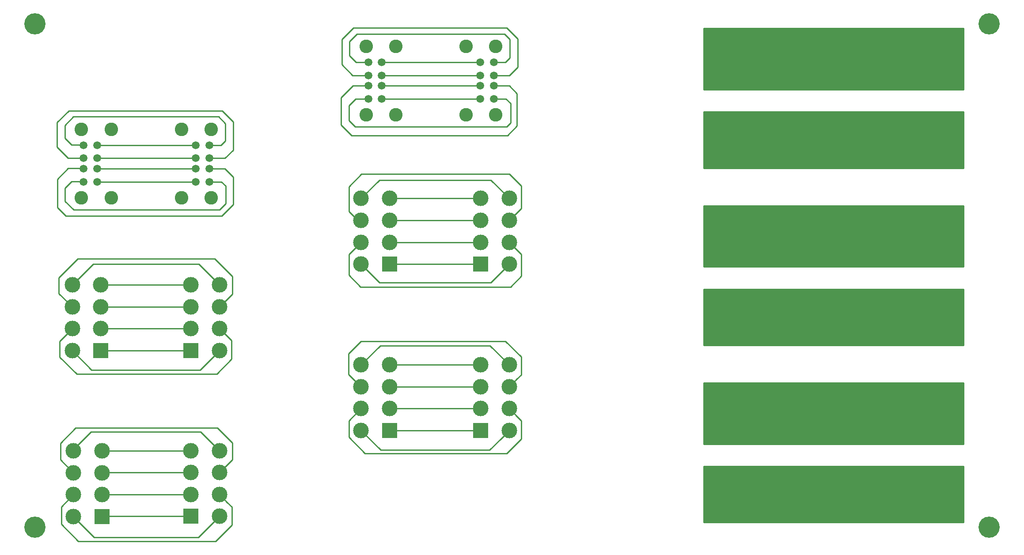
<source format=gbr>
G04 #@! TF.FileFunction,Copper,L2,Bot,Signal*
%FSLAX46Y46*%
G04 Gerber Fmt 4.6, Leading zero omitted, Abs format (unit mm)*
G04 Created by KiCad (PCBNEW 4.0.4-stable) date 02/10/18 20:54:23*
%MOMM*%
%LPD*%
G01*
G04 APERTURE LIST*
%ADD10C,0.100000*%
%ADD11C,4.064000*%
%ADD12C,2.800000*%
%ADD13C,1.508000*%
%ADD14C,2.600000*%
%ADD15R,3.000000X3.000000*%
%ADD16C,3.000000*%
%ADD17C,0.250000*%
%ADD18C,0.254000*%
G04 APERTURE END LIST*
D10*
D11*
X48260000Y-40640000D03*
X48260000Y-137160000D03*
D12*
X195072000Y-64770000D03*
X195072000Y-60970000D03*
X182572000Y-64770000D03*
X182572000Y-60970000D03*
X195072000Y-49770000D03*
X195072000Y-45970000D03*
X182572000Y-49770000D03*
X182572000Y-45970000D03*
X195072000Y-98742500D03*
X195072000Y-94942500D03*
X182572000Y-98742500D03*
X182572000Y-94942500D03*
X195072000Y-83742500D03*
X195072000Y-79942500D03*
X182572000Y-83742500D03*
X182572000Y-79942500D03*
X195072000Y-132715000D03*
X195072000Y-128915000D03*
X182572000Y-132715000D03*
X182572000Y-128915000D03*
X195072000Y-117715000D03*
X195072000Y-113915000D03*
X182572000Y-117715000D03*
X182572000Y-113915000D03*
D13*
X133587500Y-55011500D03*
X133587500Y-52511500D03*
X133587500Y-48011500D03*
X133587500Y-50511500D03*
X136207500Y-50511500D03*
X136207500Y-48011500D03*
X136207500Y-52511500D03*
X136207500Y-55011500D03*
D14*
X130877500Y-44941500D03*
X130877500Y-58081500D03*
X136557500Y-58081500D03*
X136557500Y-44941500D03*
D13*
X114743500Y-55011500D03*
X114743500Y-52511500D03*
X114743500Y-48011500D03*
X114743500Y-50511500D03*
X112123500Y-50511500D03*
X112123500Y-48011500D03*
X112123500Y-52511500D03*
X112123500Y-55011500D03*
D14*
X117453500Y-44941500D03*
X117453500Y-58081500D03*
X111773500Y-58081500D03*
X111773500Y-44941500D03*
D13*
X79061500Y-70921500D03*
X79061500Y-68421500D03*
X79061500Y-63921500D03*
X79061500Y-66421500D03*
X81681500Y-66421500D03*
X81681500Y-63921500D03*
X81681500Y-68421500D03*
X81681500Y-70921500D03*
D14*
X76351500Y-60851500D03*
X76351500Y-73991500D03*
X82031500Y-73991500D03*
X82031500Y-60851500D03*
D13*
X60140000Y-70920000D03*
X60140000Y-68420000D03*
X60140000Y-63920000D03*
X60140000Y-66420000D03*
X57520000Y-66420000D03*
X57520000Y-63920000D03*
X57520000Y-68420000D03*
X57520000Y-70920000D03*
D14*
X62850000Y-60850000D03*
X62850000Y-73990000D03*
X57170000Y-73990000D03*
X57170000Y-60850000D03*
D12*
X220191500Y-63942500D03*
X220191500Y-59942500D03*
X208511500Y-63942500D03*
X208511500Y-59942500D03*
X208511500Y-48942500D03*
X208511500Y-44942500D03*
X220191500Y-48942500D03*
X220191500Y-44942500D03*
X220191500Y-98867500D03*
X220191500Y-94867500D03*
X208511500Y-98867500D03*
X208511500Y-94867500D03*
X208511500Y-83867500D03*
X208511500Y-79867500D03*
X220191500Y-83867500D03*
X220191500Y-79867500D03*
X220191500Y-133792500D03*
X220191500Y-129792500D03*
X208511500Y-133792500D03*
X208511500Y-129792500D03*
X208511500Y-118792500D03*
X208511500Y-114792500D03*
X220191500Y-118792500D03*
X220191500Y-114792500D03*
D15*
X60900000Y-103290000D03*
D16*
X60900000Y-99090000D03*
X60900000Y-94890000D03*
X60900000Y-90690000D03*
X55400000Y-103290000D03*
X55400000Y-99090000D03*
X55400000Y-94890000D03*
X55400000Y-90690000D03*
D15*
X116250000Y-86730000D03*
D16*
X116250000Y-82530000D03*
X116250000Y-78330000D03*
X116250000Y-74130000D03*
X110750000Y-86730000D03*
X110750000Y-82530000D03*
X110750000Y-78330000D03*
X110750000Y-74130000D03*
D15*
X78100000Y-135090000D03*
D16*
X78100000Y-130890000D03*
X78100000Y-126690000D03*
X78100000Y-122490000D03*
X83600000Y-135090000D03*
X83600000Y-130890000D03*
X83600000Y-126690000D03*
X83600000Y-122490000D03*
D15*
X78150000Y-103290000D03*
D16*
X78150000Y-99090000D03*
X78150000Y-94890000D03*
X78150000Y-90690000D03*
X83650000Y-103290000D03*
X83650000Y-99090000D03*
X83650000Y-94890000D03*
X83650000Y-90690000D03*
D15*
X133650000Y-86730000D03*
D16*
X133650000Y-82530000D03*
X133650000Y-78330000D03*
X133650000Y-74130000D03*
X139150000Y-86730000D03*
X139150000Y-82530000D03*
X139150000Y-78330000D03*
X139150000Y-74130000D03*
D15*
X61150000Y-135140000D03*
D16*
X61150000Y-130940000D03*
X61150000Y-126740000D03*
X61150000Y-122540000D03*
X55650000Y-135140000D03*
X55650000Y-130940000D03*
X55650000Y-126740000D03*
X55650000Y-122540000D03*
D15*
X116250000Y-118630000D03*
D16*
X116250000Y-114430000D03*
X116250000Y-110230000D03*
X116250000Y-106030000D03*
X110750000Y-118630000D03*
X110750000Y-114430000D03*
X110750000Y-110230000D03*
X110750000Y-106030000D03*
D15*
X133650000Y-118630000D03*
D16*
X133650000Y-114430000D03*
X133650000Y-110230000D03*
X133650000Y-106030000D03*
X139150000Y-118630000D03*
X139150000Y-114430000D03*
X139150000Y-110230000D03*
X139150000Y-106030000D03*
D11*
X231140000Y-40640000D03*
X231140000Y-137160000D03*
D17*
X109998500Y-42602000D02*
X138269000Y-42602000D01*
X112123500Y-48011500D02*
X109820000Y-48011500D01*
X138447500Y-48011500D02*
X136207500Y-48011500D01*
X139285000Y-47174000D02*
X138447500Y-48011500D01*
X139285000Y-43618000D02*
X139285000Y-47174000D01*
X138269000Y-42602000D02*
X139285000Y-43618000D01*
X108538000Y-44062500D02*
X109998500Y-42602000D01*
X108538000Y-46729500D02*
X108538000Y-44062500D01*
X109820000Y-48011500D02*
X108538000Y-46729500D01*
X138650000Y-41395500D02*
X109300000Y-41395500D01*
X139186000Y-50511500D02*
X136207500Y-50511500D01*
X112123500Y-50511500D02*
X109145000Y-50511500D01*
X138650000Y-41395500D02*
X140745500Y-43491000D01*
X109145000Y-50511500D02*
X107077500Y-48444000D01*
X107077500Y-48444000D02*
X107077500Y-43618000D01*
X107077500Y-43618000D02*
X109300000Y-41395500D01*
X140745500Y-43491000D02*
X140745500Y-48952000D01*
X140745500Y-48952000D02*
X139186000Y-50511500D01*
X112123500Y-52511500D02*
X109169500Y-52511500D01*
X140654306Y-54004306D02*
X139161500Y-52511500D01*
X109169500Y-52511500D02*
X106887000Y-54794000D01*
X106887000Y-54794000D02*
X106887000Y-60064500D01*
X106887000Y-60064500D02*
X108919000Y-62096500D01*
X108919000Y-62096500D02*
X138798646Y-62096500D01*
X138798646Y-62096500D02*
X140654306Y-60240840D01*
X140654306Y-60240840D02*
X140654306Y-54004306D01*
X139161500Y-52511500D02*
X136207500Y-52511500D01*
X138495536Y-55006286D02*
X138490322Y-55011500D01*
X139401317Y-55912067D02*
X138495536Y-55006286D01*
X139401317Y-59630683D02*
X139401317Y-55912067D01*
X138650000Y-60382000D02*
X139401317Y-59630683D01*
X109617500Y-60382000D02*
X138650000Y-60382000D01*
X108411000Y-59175500D02*
X109617500Y-60382000D01*
X109717500Y-55011500D02*
X108411000Y-56318000D01*
X138490322Y-55011500D02*
X136207500Y-55011500D01*
X108411000Y-56318000D02*
X108411000Y-59175500D01*
X112123500Y-55011500D02*
X109717500Y-55011500D01*
X57547500Y-63871500D02*
X55244000Y-63871500D01*
X55244000Y-63871500D02*
X53962000Y-62589500D01*
X53962000Y-62589500D02*
X53962000Y-60080974D01*
X53962000Y-60080974D02*
X55580974Y-58462000D01*
X55580974Y-58462000D02*
X83446999Y-58462000D01*
X83446999Y-58462000D02*
X84759000Y-59774001D01*
X84759000Y-59774001D02*
X84759000Y-63084000D01*
X84759000Y-63084000D02*
X83921500Y-63921500D01*
X83921500Y-63921500D02*
X81681500Y-63921500D01*
X57547500Y-66371500D02*
X54569000Y-66371500D01*
X86219500Y-64862000D02*
X84660000Y-66421500D01*
X86219500Y-59401000D02*
X86219500Y-64862000D01*
X84124000Y-57305500D02*
X86219500Y-59401000D01*
X54774000Y-57305500D02*
X84124000Y-57305500D01*
X54769974Y-57301474D02*
X54774000Y-57305500D01*
X52501500Y-59569948D02*
X54769974Y-57301474D01*
X52501500Y-64304000D02*
X52501500Y-59569948D01*
X54569000Y-66371500D02*
X52501500Y-64304000D01*
X84660000Y-66421500D02*
X81681500Y-66421500D01*
X57547500Y-68371500D02*
X54596993Y-68371500D01*
X54596993Y-68371500D02*
X52521266Y-70447227D01*
X52521266Y-70447227D02*
X52521266Y-75834617D01*
X52521266Y-75834617D02*
X54142727Y-77456078D01*
X86220368Y-70006368D02*
X84635500Y-68421500D01*
X54142727Y-77456078D02*
X84034772Y-77456078D01*
X84034772Y-77456078D02*
X84027839Y-77449145D01*
X84027839Y-77449145D02*
X86220368Y-75256616D01*
X86220368Y-75256616D02*
X86220368Y-70006368D01*
X84635500Y-68421500D02*
X81681500Y-68421500D01*
X81681500Y-70921500D02*
X84013930Y-70921500D01*
X84013930Y-70921500D02*
X84794348Y-71701918D01*
X84794348Y-71701918D02*
X84794348Y-75089128D01*
X84794348Y-75089128D02*
X83591476Y-76292000D01*
X83591476Y-76292000D02*
X55653169Y-76292000D01*
X55235099Y-70871500D02*
X57547500Y-70871500D01*
X55653169Y-76292000D02*
X54004403Y-74643234D01*
X54004403Y-74643234D02*
X54004403Y-72102196D01*
X54004403Y-72102196D02*
X55235099Y-70871500D01*
X114743500Y-52511500D02*
X115809817Y-52511500D01*
X115809817Y-52511500D02*
X133587500Y-52511500D01*
X114743500Y-48011500D02*
X133587500Y-48011500D01*
X133587500Y-50511500D02*
X114743500Y-50511500D01*
X79061500Y-68421500D02*
X60141500Y-68421500D01*
X60141500Y-68421500D02*
X60140000Y-68420000D01*
X79061500Y-63921500D02*
X60141500Y-63921500D01*
X60141500Y-63921500D02*
X60140000Y-63920000D01*
X60140000Y-66420000D02*
X79060000Y-66420000D01*
X79060000Y-66420000D02*
X79061500Y-66421500D01*
X133587500Y-55011500D02*
X114743500Y-55011500D01*
X60140000Y-70920000D02*
X79060000Y-70920000D01*
X79060000Y-70920000D02*
X79061500Y-70921500D01*
X78150000Y-103290000D02*
X60900000Y-103290000D01*
X60900000Y-99090000D02*
X63021320Y-99090000D01*
X63021320Y-99090000D02*
X78150000Y-99090000D01*
X78150000Y-94890000D02*
X60900000Y-94890000D01*
X60900000Y-90690000D02*
X63021320Y-90690000D01*
X63021320Y-90690000D02*
X78150000Y-90690000D01*
X55400000Y-103290000D02*
X59121261Y-107011261D01*
X59121261Y-107011261D02*
X79928739Y-107011261D01*
X79928739Y-107011261D02*
X82150001Y-104789999D01*
X82150001Y-104789999D02*
X83650000Y-103290000D01*
X55400000Y-99090000D02*
X53000000Y-101490000D01*
X85940775Y-104949225D02*
X85940775Y-101380775D01*
X53000000Y-101490000D02*
X53000000Y-104540000D01*
X53000000Y-104540000D02*
X56250000Y-107790000D01*
X56250000Y-107790000D02*
X83100000Y-107790000D01*
X83100000Y-107790000D02*
X85940775Y-104949225D01*
X85940775Y-101380775D02*
X85149999Y-100589999D01*
X85149999Y-100589999D02*
X83650000Y-99090000D01*
X55400000Y-94890000D02*
X52850000Y-92340000D01*
X52850000Y-92340000D02*
X52850000Y-89290000D01*
X52850000Y-89290000D02*
X56419379Y-85720621D01*
X56419379Y-85720621D02*
X82680621Y-85720621D01*
X82680621Y-85720621D02*
X86055794Y-89095794D01*
X86055794Y-89095794D02*
X86055794Y-92484206D01*
X86055794Y-92484206D02*
X85149999Y-93390001D01*
X85149999Y-93390001D02*
X83650000Y-94890000D01*
X55400000Y-90690000D02*
X59416091Y-86673909D01*
X59416091Y-86673909D02*
X79633909Y-86673909D01*
X82150001Y-89190001D02*
X83650000Y-90690000D01*
X79633909Y-86673909D02*
X82150001Y-89190001D01*
X116250000Y-86730000D02*
X133650000Y-86730000D01*
X133650000Y-82530000D02*
X116250000Y-82530000D01*
X116250000Y-78330000D02*
X133650000Y-78330000D01*
X116250000Y-74130000D02*
X133650000Y-74130000D01*
X110750000Y-86730000D02*
X114313255Y-90293255D01*
X114313255Y-90293255D02*
X135586745Y-90293255D01*
X135586745Y-90293255D02*
X139150000Y-86730000D01*
X110750000Y-82530000D02*
X108400000Y-84880000D01*
X110666349Y-91096349D02*
X139418189Y-91096349D01*
X108400000Y-84880000D02*
X108400000Y-88830000D01*
X108400000Y-88830000D02*
X110666349Y-91096349D01*
X139418189Y-91096349D02*
X141496899Y-89017639D01*
X141496899Y-89017639D02*
X141496899Y-84876899D01*
X141496899Y-84876899D02*
X140649999Y-84029999D01*
X140649999Y-84029999D02*
X139150000Y-82530000D01*
X110750000Y-78330000D02*
X110149579Y-78330000D01*
X110149579Y-78330000D02*
X108409769Y-76590190D01*
X141453190Y-76026810D02*
X139150000Y-78330000D01*
X139139306Y-69446759D02*
X141453190Y-71760643D01*
X110816618Y-69446759D02*
X139139306Y-69446759D01*
X108409769Y-71853608D02*
X110816618Y-69446759D01*
X141453190Y-71760643D02*
X141453190Y-76026810D01*
X108409769Y-76590190D02*
X108409769Y-71853608D01*
X110750000Y-74130000D02*
X114245406Y-70634594D01*
X114245406Y-70634594D02*
X135654594Y-70634594D01*
X135654594Y-70634594D02*
X139150000Y-74130000D01*
X78100000Y-135090000D02*
X60850000Y-135090000D01*
X60850000Y-130890000D02*
X78100000Y-130890000D01*
X78100000Y-126690000D02*
X60850000Y-126690000D01*
X60850000Y-122490000D02*
X78100000Y-122490000D01*
X55650000Y-135140000D02*
X59626460Y-139116460D01*
X59626460Y-139116460D02*
X79573540Y-139116460D01*
X79573540Y-139116460D02*
X82100001Y-136589999D01*
X82100001Y-136589999D02*
X83600000Y-135090000D01*
X55650000Y-130940000D02*
X53300000Y-133290000D01*
X85998285Y-133288285D02*
X85099999Y-132389999D01*
X53300000Y-133290000D02*
X53300000Y-136590000D01*
X53300000Y-136590000D02*
X56551454Y-139841454D01*
X56551454Y-139841454D02*
X82898546Y-139841454D01*
X82898546Y-139841454D02*
X85998285Y-136741715D01*
X85998285Y-136741715D02*
X85998285Y-133288285D01*
X85099999Y-132389999D02*
X83600000Y-130890000D01*
X55650000Y-126740000D02*
X53150000Y-124240000D01*
X53150000Y-124240000D02*
X53150000Y-121040000D01*
X85099999Y-125190001D02*
X83600000Y-126690000D01*
X53150000Y-121040000D02*
X56050000Y-118140000D01*
X56050000Y-118140000D02*
X83250000Y-118140000D01*
X83250000Y-118140000D02*
X86113304Y-121003304D01*
X86113304Y-121003304D02*
X86113304Y-124176696D01*
X86113304Y-124176696D02*
X85099999Y-125190001D01*
X55350000Y-122490000D02*
X58992821Y-118847179D01*
X58992821Y-118847179D02*
X79957179Y-118847179D01*
X79957179Y-118847179D02*
X82100001Y-120990001D01*
X82100001Y-120990001D02*
X83600000Y-122490000D01*
X133650000Y-118630000D02*
X116250000Y-118630000D01*
X116250000Y-114430000D02*
X133650000Y-114430000D01*
X133650000Y-110230000D02*
X116250000Y-110230000D01*
X116250000Y-106030000D02*
X133650000Y-106030000D01*
X110750000Y-118630000D02*
X114506307Y-122386307D01*
X114506307Y-122386307D02*
X135393693Y-122386307D01*
X135393693Y-122386307D02*
X137650001Y-120129999D01*
X137650001Y-120129999D02*
X139150000Y-118630000D01*
X110750000Y-114430000D02*
X108400000Y-116780000D01*
X108400000Y-116780000D02*
X108400000Y-119930000D01*
X141478105Y-116758105D02*
X140649999Y-115929999D01*
X108400000Y-119930000D02*
X111515475Y-123045475D01*
X111515475Y-123045475D02*
X138634525Y-123045475D01*
X138634525Y-123045475D02*
X141478105Y-120201895D01*
X141478105Y-120201895D02*
X141478105Y-116758105D01*
X140649999Y-115929999D02*
X139150000Y-114430000D01*
X110750000Y-110230000D02*
X108354437Y-107834437D01*
X108354437Y-107834437D02*
X108354437Y-103875563D01*
X138453062Y-101483062D02*
X141445471Y-104475471D01*
X141445471Y-107934529D02*
X140649999Y-108730001D01*
X108354437Y-103875563D02*
X110746938Y-101483062D01*
X110746938Y-101483062D02*
X138453062Y-101483062D01*
X141445471Y-104475471D02*
X141445471Y-107934529D01*
X140649999Y-108730001D02*
X139150000Y-110230000D01*
X110750000Y-106030000D02*
X114425270Y-102354730D01*
X114425270Y-102354730D02*
X135474730Y-102354730D01*
X135474730Y-102354730D02*
X139150000Y-106030000D01*
D18*
G36*
X226250500Y-68326000D02*
X176466500Y-68326000D01*
X176466500Y-57531000D01*
X226250500Y-57531000D01*
X226250500Y-68326000D01*
X226250500Y-68326000D01*
G37*
X226250500Y-68326000D02*
X176466500Y-68326000D01*
X176466500Y-57531000D01*
X226250500Y-57531000D01*
X226250500Y-68326000D01*
G36*
X226250500Y-87249000D02*
X176466500Y-87249000D01*
X176466500Y-75501500D01*
X226250500Y-75501500D01*
X226250500Y-87249000D01*
X226250500Y-87249000D01*
G37*
X226250500Y-87249000D02*
X176466500Y-87249000D01*
X176466500Y-75501500D01*
X226250500Y-75501500D01*
X226250500Y-87249000D01*
G36*
X226250500Y-102298500D02*
X176466500Y-102298500D01*
X176466500Y-91503500D01*
X226250500Y-91503500D01*
X226250500Y-102298500D01*
X226250500Y-102298500D01*
G37*
X226250500Y-102298500D02*
X176466500Y-102298500D01*
X176466500Y-91503500D01*
X226250500Y-91503500D01*
X226250500Y-102298500D01*
G36*
X226250500Y-121221500D02*
X176466500Y-121221500D01*
X176466500Y-109474000D01*
X226250500Y-109474000D01*
X226250500Y-121221500D01*
X226250500Y-121221500D01*
G37*
X226250500Y-121221500D02*
X176466500Y-121221500D01*
X176466500Y-109474000D01*
X226250500Y-109474000D01*
X226250500Y-121221500D01*
G36*
X226250500Y-136271000D02*
X176466500Y-136271000D01*
X176466500Y-125476000D01*
X226250500Y-125476000D01*
X226250500Y-136271000D01*
X226250500Y-136271000D01*
G37*
X226250500Y-136271000D02*
X176466500Y-136271000D01*
X176466500Y-125476000D01*
X226250500Y-125476000D01*
X226250500Y-136271000D01*
G36*
X226250500Y-53276500D02*
X176466500Y-53276500D01*
X176466500Y-41529000D01*
X226250500Y-41529000D01*
X226250500Y-53276500D01*
X226250500Y-53276500D01*
G37*
X226250500Y-53276500D02*
X176466500Y-53276500D01*
X176466500Y-41529000D01*
X226250500Y-41529000D01*
X226250500Y-53276500D01*
M02*

</source>
